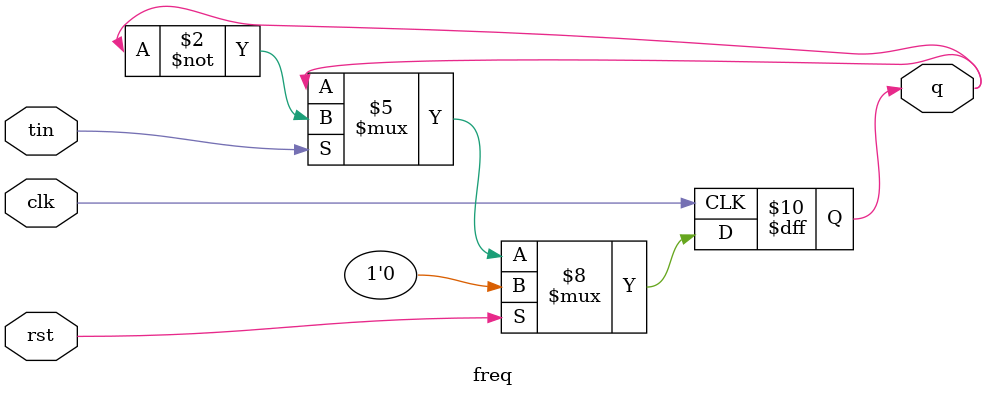
<source format=v>
module freq(
input clk,
input rst,
input tin,
output reg q=0
);

always @(posedge clk)
begin
	if (rst)
		q<=0;
	else
	begin
	if(tin)
		q<=~q;
	else
		q<=q;
	end
end
endmodule

</source>
